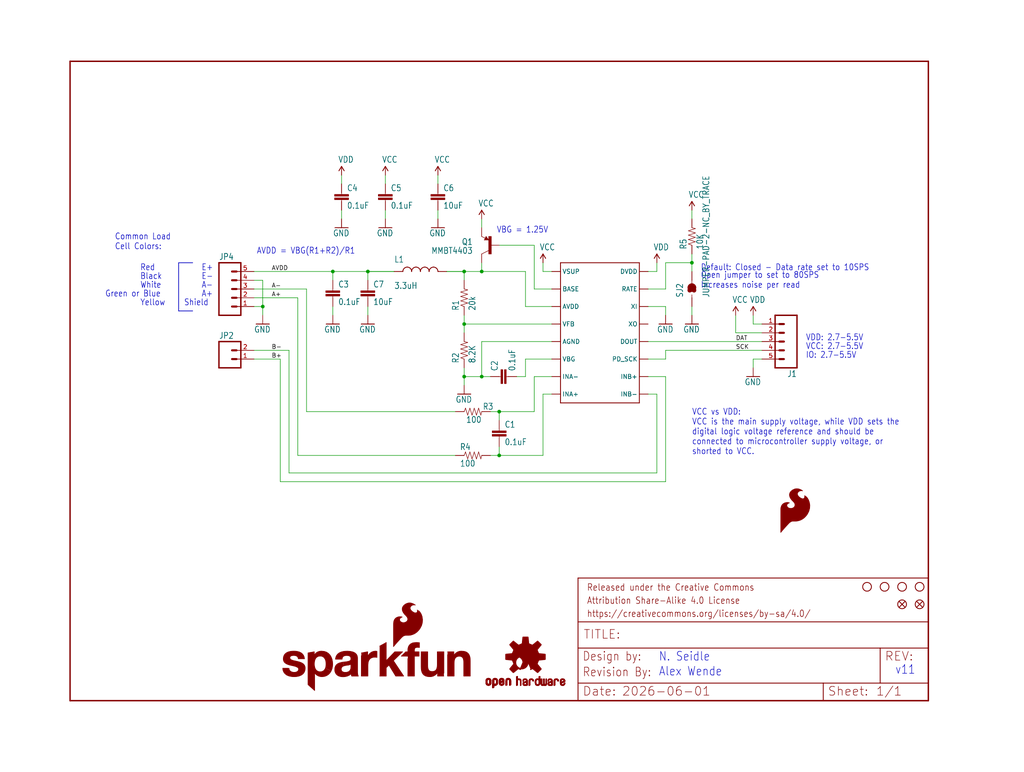
<source format=kicad_sch>
(kicad_sch (version 20230121) (generator eeschema)
  (paper "User" 297.002 223.926)
  (lib_symbols
    (symbol "SparkFun_HX711_Load_Cell-eagle-import:0.1UF-25V-5%(0603)"
      (property "Reference" "C" (at 1.524 2.921 0))
      (symbol "0.1UF-25V-5%(0603)_1_0"
        (pin passive line (at 0 5.08 270) (length 2.54) (name "1") (number "1"))
        (pin passive line (at 0 -2.54 90) (length 2.54) (name "2") (number "2"))
      )
    )
    (symbol "SparkFun_HX711_Load_Cell-eagle-import:100OHM-1/10W-1%(0603)"
      (property "Reference" "R" (at -3.81 1.4986 0))
      (symbol "100OHM-1/10W-1%(0603)_1_0"
        (pin passive line (at -5.08 0 0) (length 2.54) (name "1") (number "1"))
        (pin passive line (at 5.08 0 180) (length 2.54) (name "2") (number "2"))
      )
    )
    (symbol "SparkFun_HX711_Load_Cell-eagle-import:10KOHM-1/10W-1%(0603)0603"
      (property "Reference" "R" (at -3.81 1.4986 0))
      (symbol "10KOHM-1/10W-1%(0603)0603_1_0"
        (pin passive line (at -5.08 0 0) (length 2.54) (name "1") (number "1"))
        (pin passive line (at 5.08 0 180) (length 2.54) (name "2") (number "2"))
      )
    )
    (symbol "SparkFun_HX711_Load_Cell-eagle-import:10UF50V20%(1210)"
      (property "Reference" "C" (at 1.524 2.921 0))
      (symbol "10UF50V20%(1210)_1_0"
        (pin passive line (at 0 5.08 270) (length 2.54) (name "1") (number "1"))
        (pin passive line (at 0 -2.54 90) (length 2.54) (name "2") (number "2"))
      )
    )
    (symbol "SparkFun_HX711_Load_Cell-eagle-import:20KOHM1/10W1%(0603)"
      (property "Reference" "R" (at -3.81 1.4986 0))
      (symbol "20KOHM1/10W1%(0603)_1_0"
        (pin passive line (at -5.08 0 0) (length 2.54) (name "1") (number "1"))
        (pin passive line (at 5.08 0 180) (length 2.54) (name "2") (number "2"))
      )
    )
    (symbol "SparkFun_HX711_Load_Cell-eagle-import:8.2KOHM-1/10W-5%(0603)"
      (property "Reference" "R" (at -3.81 1.4986 0))
      (symbol "8.2KOHM-1/10W-5%(0603)_1_0"
        (pin passive line (at -5.08 0 0) (length 2.54) (name "1") (number "1"))
        (pin passive line (at 5.08 0 180) (length 2.54) (name "2") (number "2"))
      )
    )
    (symbol "SparkFun_HX711_Load_Cell-eagle-import:FIDUCIAL1X2")
    (symbol "SparkFun_HX711_Load_Cell-eagle-import:FRAME-LETTER"
      (symbol "FRAME-LETTER_2_0"
        (text "${#}/${##}" (at 86.36 1.27 0) (effects (font (size 2.54 2.54)) (justify left bottom)))
        (text "${CURRENT_DATE}" (at 12.7 1.27 0) (effects (font (size 2.54 2.54)) (justify left bottom)))
        (text "${PROJECTNAME}" (at 15.494 17.78 0) (effects (font (size 2.7432 2.7432)) (justify left bottom)))
        (text "Attribution Share-Alike 4.0 License" (at 2.54 27.94 0) (effects (font (size 1.9304 1.6408)) (justify left bottom)))
        (text "Date:" (at 1.27 1.27 0) (effects (font (size 2.54 2.54)) (justify left bottom)))
        (text "Design by:" (at 1.27 11.43 0) (effects (font (size 2.54 2.159)) (justify left bottom)))
        (text "https://creativecommons.org/licenses/by-sa/4.0/" (at 2.54 24.13 0) (effects (font (size 1.9304 1.6408)) (justify left bottom)))
        (text "Released under the Creative Commons" (at 2.54 31.75 0) (effects (font (size 1.9304 1.6408)) (justify left bottom)))
        (text "REV:" (at 88.9 11.43 0) (effects (font (size 2.54 2.54)) (justify left bottom)))
        (text "Sheet:" (at 72.39 1.27 0) (effects (font (size 2.54 2.54)) (justify left bottom)))
        (text "TITLE:" (at 1.524 17.78 0) (effects (font (size 2.54 2.54)) (justify left bottom)))
      )
    )
    (symbol "SparkFun_HX711_Load_Cell-eagle-import:GND" (power)
      (property "Value" "GND" (at -2.54 -2.54 0))
      (symbol "GND_1_0"
        (pin power_in line (at 0 2.54 270) (length 2.54) (name "GND") (number "1"))
      )
    )
    (symbol "SparkFun_HX711_Load_Cell-eagle-import:HX711HX711"
      (symbol "HX711HX711_1_0"
        (pin bidirectional line (at -15.24 17.78 0) (length 2.54) (name "VSUP") (number "1"))
        (pin bidirectional line (at 12.7 -12.7 180) (length 2.54) (name "INB+") (number "10"))
        (pin bidirectional line (at 12.7 -7.62 180) (length 2.54) (name "PD_SCK") (number "11"))
        (pin bidirectional line (at 12.7 -2.54 180) (length 2.54) (name "DOUT") (number "12"))
        (pin bidirectional line (at 12.7 2.54 180) (length 2.54) (name "XO") (number "13"))
        (pin bidirectional line (at 12.7 7.62 180) (length 2.54) (name "XI") (number "14"))
        (pin bidirectional line (at 12.7 12.7 180) (length 2.54) (name "RATE") (number "15"))
        (pin bidirectional line (at 12.7 17.78 180) (length 2.54) (name "DVDD") (number "16"))
        (pin bidirectional line (at -15.24 12.7 0) (length 2.54) (name "BASE") (number "2"))
        (pin bidirectional line (at -15.24 7.62 0) (length 2.54) (name "AVDD") (number "3"))
        (pin bidirectional line (at -15.24 2.54 0) (length 2.54) (name "VFB") (number "4"))
        (pin bidirectional line (at -15.24 -2.54 0) (length 2.54) (name "AGND") (number "5"))
        (pin bidirectional line (at -15.24 -7.62 0) (length 2.54) (name "VBG") (number "6"))
        (pin bidirectional line (at -15.24 -12.7 0) (length 2.54) (name "INA-") (number "7"))
        (pin bidirectional line (at -15.24 -17.78 0) (length 2.54) (name "INA+") (number "8"))
        (pin bidirectional line (at 12.7 -17.78 180) (length 2.54) (name "INB-") (number "9"))
      )
    )
    (symbol "SparkFun_HX711_Load_Cell-eagle-import:INDUCTOR0805-IND"
      (property "Reference" "L" (at 2.54 5.08 0))
      (symbol "INDUCTOR0805-IND_1_0"
        (pin passive line (at 0 7.62 270) (length 2.54) (name "1") (number "1"))
        (pin passive line (at 0 -7.62 90) (length 2.54) (name "2") (number "2"))
      )
    )
    (symbol "SparkFun_HX711_Load_Cell-eagle-import:JUMPER-PAD-2-NC_BY_TRACE"
      (property "Reference" "JP" (at -2.54 2.54 0))
      (symbol "JUMPER-PAD-2-NC_BY_TRACE_1_0"
        (pin passive line (at -5.08 0 0) (length 2.54) (name "1") (number "1"))
        (pin passive line (at 5.08 0 180) (length 2.54) (name "2") (number "2"))
      )
    )
    (symbol "SparkFun_HX711_Load_Cell-eagle-import:M02PTH"
      (property "Reference" "J" (at -2.54 5.842 0))
      (symbol "M02PTH_1_0"
        (pin passive line (at 7.62 0 180) (length 5.08) (name "1") (number "1"))
        (pin passive line (at 7.62 2.54 180) (length 5.08) (name "2") (number "2"))
      )
    )
    (symbol "SparkFun_HX711_Load_Cell-eagle-import:M05PTH"
      (property "Reference" "J" (at -2.54 8.382 0))
      (symbol "M05PTH_1_0"
        (pin passive line (at 7.62 -5.08 180) (length 5.08) (name "1") (number "1"))
        (pin passive line (at 7.62 -2.54 180) (length 5.08) (name "2") (number "2"))
        (pin passive line (at 7.62 0 180) (length 5.08) (name "3") (number "3"))
        (pin passive line (at 7.62 2.54 180) (length 5.08) (name "4") (number "4"))
        (pin passive line (at 7.62 5.08 180) (length 5.08) (name "5") (number "5"))
      )
    )
    (symbol "SparkFun_HX711_Load_Cell-eagle-import:OSHW-LOGOS")
    (symbol "SparkFun_HX711_Load_Cell-eagle-import:REVISION"
      (symbol "REVISION_1_0"
        (text "Revision By:" (at 0 0 0) (effects (font (size 2.54 2.159)) (justify left bottom)))
      )
    )
    (symbol "SparkFun_HX711_Load_Cell-eagle-import:SFE_LOGO_FLAME.1_INCH")
    (symbol "SparkFun_HX711_Load_Cell-eagle-import:SFE_LOGO_NAME_FLAME.1_INCH")
    (symbol "SparkFun_HX711_Load_Cell-eagle-import:STAND-OFF")
    (symbol "SparkFun_HX711_Load_Cell-eagle-import:TRANSISTOR_PNPMMBT4403"
      (property "Reference" "Q" (at 5.08 0 0))
      (symbol "TRANSISTOR_PNPMMBT4403_1_0"
        (pin passive line (at -2.54 0 0) (length 2.54) (name "B") (number "1"))
        (pin passive line (at 2.54 5.08 270) (length 2.54) (name "E") (number "2"))
        (pin passive line (at 2.54 -5.08 90) (length 2.54) (name "C") (number "3"))
      )
    )
    (symbol "SparkFun_HX711_Load_Cell-eagle-import:VCC" (power)
      (property "Value" "VCC" (at -1.016 3.556 0))
      (symbol "VCC_1_0"
        (pin power_in line (at 0 0 90) (length 2.54) (name "VCC") (number "1"))
      )
    )
    (symbol "SparkFun_HX711_Load_Cell-eagle-import:VDD" (power)
      (property "Value" "VDD" (at -1.016 3.556 0))
      (symbol "VDD_1_0"
        (pin power_in line (at 0 0 90) (length 2.54) (name "VDD") (number "1"))
      )
    )
  )
  (junction (at 106.68 78.74))
  (junction (at 134.62 78.74))
  (junction (at 200.66 76.2))
  (junction (at 134.62 93.98))
  (junction (at 96.52 78.74))
  (junction (at 139.7 78.74))
  (junction (at 76.2 88.9))
  (junction (at 144.78 119.38))
  (junction (at 134.62 109.22))
  (junction (at 139.7 109.22))
  (junction (at 144.78 132.08))
  (wire (pts (xy 160.02 99.06) (xy 139.7 99.06)) (stroke (width 0.1524)))
  (wire (pts (xy 139.7 76.2) (xy 139.7 78.74)) (stroke (width 0.1524)))
  (wire (pts (xy 73.66 88.9) (xy 76.2 88.9)) (stroke (width 0.1524)))
  (wire (pts (xy 106.68 78.74) (xy 114.3 78.74)) (stroke (width 0.2032)))
  (wire (pts (xy 111.76 50.8) (xy 111.76 53.34)) (stroke (width 0.1524)))
  (wire (pts (xy 152.4 78.74) (xy 139.7 78.74)) (stroke (width 0.1524)))
  (wire (pts (xy 127 53.34) (xy 127 50.8)) (stroke (width 0.1524)))
  (wire (pts (xy 187.96 88.9) (xy 193.04 88.9)) (stroke (width 0.1524)))
  (wire (pts (xy 193.04 76.2) (xy 193.04 83.82)) (stroke (width 0.1524)))
  (wire (pts (xy 160.02 88.9) (xy 152.4 88.9)) (stroke (width 0.1524)))
  (wire (pts (xy 106.68 91.44) (xy 106.68 88.9)) (stroke (width 0.1524)))
  (wire (pts (xy 83.82 137.16) (xy 83.82 101.6)) (stroke (width 0.1524)))
  (wire (pts (xy 200.66 63.5) (xy 200.66 60.96)) (stroke (width 0.1524)))
  (wire (pts (xy 200.66 76.2) (xy 193.04 76.2)) (stroke (width 0.1524)))
  (wire (pts (xy 157.48 132.08) (xy 144.78 132.08)) (stroke (width 0.1524)))
  (wire (pts (xy 154.94 71.12) (xy 154.94 83.82)) (stroke (width 0.1524)))
  (wire (pts (xy 187.96 99.06) (xy 220.98 99.06)) (stroke (width 0.1524)))
  (wire (pts (xy 187.96 114.3) (xy 190.5 114.3)) (stroke (width 0.1524)))
  (wire (pts (xy 187.96 83.82) (xy 193.04 83.82)) (stroke (width 0.1524)))
  (wire (pts (xy 220.98 104.14) (xy 218.44 104.14)) (stroke (width 0.1524)))
  (polyline (pts (xy 51.816 90.17) (xy 55.88 90.17)) (stroke (width 0.2032) (type solid)))
  (wire (pts (xy 139.7 78.74) (xy 134.62 78.74)) (stroke (width 0.1524)))
  (wire (pts (xy 96.52 88.9) (xy 96.52 91.44)) (stroke (width 0.1524)))
  (wire (pts (xy 139.7 109.22) (xy 134.62 109.22)) (stroke (width 0.1524)))
  (wire (pts (xy 193.04 88.9) (xy 193.04 91.44)) (stroke (width 0.1524)))
  (wire (pts (xy 160.02 114.3) (xy 157.48 114.3)) (stroke (width 0.1524)))
  (wire (pts (xy 193.04 101.6) (xy 220.98 101.6)) (stroke (width 0.1524)))
  (wire (pts (xy 160.02 93.98) (xy 134.62 93.98)) (stroke (width 0.1524)))
  (wire (pts (xy 96.52 78.74) (xy 73.66 78.74)) (stroke (width 0.1524)))
  (wire (pts (xy 134.62 106.68) (xy 134.62 109.22)) (stroke (width 0.1524)))
  (wire (pts (xy 218.44 104.14) (xy 218.44 106.68)) (stroke (width 0.1524)))
  (wire (pts (xy 132.08 119.38) (xy 88.9 119.38)) (stroke (width 0.1524)))
  (wire (pts (xy 144.78 71.12) (xy 154.94 71.12)) (stroke (width 0.1524)))
  (wire (pts (xy 187.96 109.22) (xy 193.04 109.22)) (stroke (width 0.1524)))
  (wire (pts (xy 157.48 114.3) (xy 157.48 132.08)) (stroke (width 0.1524)))
  (wire (pts (xy 88.9 83.82) (xy 73.66 83.82)) (stroke (width 0.1524)))
  (wire (pts (xy 106.68 78.74) (xy 106.68 81.28)) (stroke (width 0.1524)))
  (wire (pts (xy 99.06 63.5) (xy 99.06 60.96)) (stroke (width 0.1524)))
  (wire (pts (xy 76.2 81.28) (xy 76.2 88.9)) (stroke (width 0.1524)))
  (wire (pts (xy 81.28 139.7) (xy 81.28 104.14)) (stroke (width 0.1524)))
  (wire (pts (xy 106.68 78.74) (xy 96.52 78.74)) (stroke (width 0.1524)))
  (wire (pts (xy 83.82 101.6) (xy 73.66 101.6)) (stroke (width 0.1524)))
  (wire (pts (xy 127 60.96) (xy 127 63.5)) (stroke (width 0.1524)))
  (wire (pts (xy 220.98 96.52) (xy 213.36 96.52)) (stroke (width 0.1524)))
  (wire (pts (xy 160.02 83.82) (xy 154.94 83.82)) (stroke (width 0.1524)))
  (wire (pts (xy 144.78 121.92) (xy 144.78 119.38)) (stroke (width 0.1524)))
  (wire (pts (xy 134.62 96.52) (xy 134.62 93.98)) (stroke (width 0.1524)))
  (wire (pts (xy 190.5 137.16) (xy 83.82 137.16)) (stroke (width 0.1524)))
  (wire (pts (xy 134.62 93.98) (xy 134.62 91.44)) (stroke (width 0.1524)))
  (wire (pts (xy 187.96 78.74) (xy 190.5 78.74)) (stroke (width 0.1524)))
  (wire (pts (xy 81.28 104.14) (xy 73.66 104.14)) (stroke (width 0.1524)))
  (wire (pts (xy 193.04 139.7) (xy 81.28 139.7)) (stroke (width 0.1524)))
  (wire (pts (xy 218.44 93.98) (xy 220.98 93.98)) (stroke (width 0.1524)))
  (wire (pts (xy 160.02 109.22) (xy 154.94 109.22)) (stroke (width 0.1524)))
  (wire (pts (xy 190.5 78.74) (xy 190.5 76.2)) (stroke (width 0.1524)))
  (wire (pts (xy 200.66 76.2) (xy 200.66 78.74)) (stroke (width 0.1524)))
  (wire (pts (xy 193.04 109.22) (xy 193.04 139.7)) (stroke (width 0.1524)))
  (wire (pts (xy 157.48 78.74) (xy 160.02 78.74)) (stroke (width 0.1524)))
  (polyline (pts (xy 51.816 76.2) (xy 55.88 76.2)) (stroke (width 0.2032) (type solid)))
  (wire (pts (xy 200.66 73.66) (xy 200.66 76.2)) (stroke (width 0.1524)))
  (wire (pts (xy 187.96 104.14) (xy 193.04 104.14)) (stroke (width 0.1524)))
  (wire (pts (xy 152.4 104.14) (xy 152.4 109.22)) (stroke (width 0.1524)))
  (wire (pts (xy 76.2 88.9) (xy 76.2 91.44)) (stroke (width 0.1524)))
  (wire (pts (xy 88.9 119.38) (xy 88.9 83.82)) (stroke (width 0.1524)))
  (wire (pts (xy 190.5 114.3) (xy 190.5 137.16)) (stroke (width 0.1524)))
  (wire (pts (xy 200.66 88.9) (xy 200.66 91.44)) (stroke (width 0.1524)))
  (wire (pts (xy 132.08 132.08) (xy 86.36 132.08)) (stroke (width 0.1524)))
  (wire (pts (xy 139.7 99.06) (xy 139.7 109.22)) (stroke (width 0.1524)))
  (wire (pts (xy 139.7 63.5) (xy 139.7 66.04)) (stroke (width 0.1524)))
  (wire (pts (xy 142.24 109.22) (xy 139.7 109.22)) (stroke (width 0.1524)))
  (wire (pts (xy 99.06 50.8) (xy 99.06 53.34)) (stroke (width 0.1524)))
  (wire (pts (xy 134.62 81.28) (xy 134.62 78.74)) (stroke (width 0.1524)))
  (wire (pts (xy 144.78 129.54) (xy 144.78 132.08)) (stroke (width 0.1524)))
  (wire (pts (xy 144.78 132.08) (xy 142.24 132.08)) (stroke (width 0.1524)))
  (wire (pts (xy 144.78 119.38) (xy 142.24 119.38)) (stroke (width 0.1524)))
  (wire (pts (xy 218.44 91.44) (xy 218.44 93.98)) (stroke (width 0.1524)))
  (wire (pts (xy 154.94 109.22) (xy 154.94 119.38)) (stroke (width 0.1524)))
  (wire (pts (xy 154.94 119.38) (xy 144.78 119.38)) (stroke (width 0.1524)))
  (polyline (pts (xy 51.816 76.2) (xy 51.816 90.17)) (stroke (width 0.2032) (type solid)))
  (wire (pts (xy 129.54 78.74) (xy 134.62 78.74)) (stroke (width 0.2032)))
  (wire (pts (xy 111.76 63.5) (xy 111.76 60.96)) (stroke (width 0.1524)))
  (wire (pts (xy 193.04 104.14) (xy 193.04 101.6)) (stroke (width 0.1524)))
  (wire (pts (xy 152.4 88.9) (xy 152.4 78.74)) (stroke (width 0.1524)))
  (wire (pts (xy 152.4 109.22) (xy 149.86 109.22)) (stroke (width 0.1524)))
  (wire (pts (xy 96.52 81.28) (xy 96.52 78.74)) (stroke (width 0.1524)))
  (wire (pts (xy 134.62 111.76) (xy 134.62 109.22)) (stroke (width 0.1524)))
  (wire (pts (xy 157.48 76.2) (xy 157.48 78.74)) (stroke (width 0.1524)))
  (wire (pts (xy 86.36 86.36) (xy 73.66 86.36)) (stroke (width 0.1524)))
  (wire (pts (xy 86.36 132.08) (xy 86.36 86.36)) (stroke (width 0.1524)))
  (wire (pts (xy 160.02 104.14) (xy 152.4 104.14)) (stroke (width 0.1524)))
  (wire (pts (xy 73.66 81.28) (xy 76.2 81.28)) (stroke (width 0.1524)))
  (wire (pts (xy 213.36 96.52) (xy 213.36 91.44)) (stroke (width 0.1524)))
  (text "Shield" (at 53.34 88.9 0) (effects (font (size 1.778 1.5113)) (justify left bottom)))
  (text "Alex Wende" (at 191.008 196.342 0) (effects (font (size 2.54 2.159)) (justify left bottom)))
  (text "Common Load\nCell Colors:" (at 33.274 72.644 0) (effects (font (size 1.778 1.5113)) (justify left bottom)))
  (text "v11" (at 259.588 195.834 0) (effects (font (size 2.54 2.159)) (justify left bottom)))
  (text "E-" (at 58.42 81.28 0) (effects (font (size 1.778 1.5113)) (justify left bottom)))
  (text "A-" (at 58.42 83.82 0) (effects (font (size 1.778 1.5113)) (justify left bottom)))
  (text "A+" (at 58.42 86.36 0) (effects (font (size 1.778 1.5113)) (justify left bottom)))
  (text "Default: Closed - Data rate set to 10SPS" (at 203.2 78.74 0) (effects (font (size 1.778 1.5113)) (justify left bottom)))
  (text "Green or Blue" (at 30.48 86.36 0) (effects (font (size 1.778 1.5113)) (justify left bottom)))
  (text "White" (at 40.64 83.82 0) (effects (font (size 1.778 1.5113)) (justify left bottom)))
  (text "Red" (at 40.64 78.74 0) (effects (font (size 1.778 1.5113)) (justify left bottom)))
  (text "Yellow" (at 40.64 88.9 0) (effects (font (size 1.778 1.5113)) (justify left bottom)))
  (text "Black" (at 40.64 81.28 0) (effects (font (size 1.778 1.5113)) (justify left bottom)))
  (text "VBG = 1.25V" (at 144.018 67.818 0) (effects (font (size 1.778 1.5113)) (justify left bottom)))
  (text "Open jumper to set to 80SPS\nIncreases noise per read" (at 203.2 83.82 0) (effects (font (size 1.778 1.5113)) (justify left bottom)))
  (text "VDD: 2.7-5.5V" (at 233.68 99.06 0) (effects (font (size 1.778 1.5113)) (justify left bottom)))
  (text "N. Seidle" (at 191.008 192.024 0) (effects (font (size 2.54 2.159)) (justify left bottom)))
  (text "E+" (at 58.42 78.74 0) (effects (font (size 1.778 1.5113)) (justify left bottom)))
  (text "AVDD = VBG(R1+R2)/R1" (at 74.422 73.914 0) (effects (font (size 1.778 1.5113)) (justify left bottom)))
  (text "VCC vs VDD:\nVCC is the main supply voltage, while VDD sets the\ndigital logic voltage reference and should be\nconnected to microcontroller supply voltage, or\nshorted to VCC." (at 200.66 132.08 0) (effects (font (size 1.778 1.5113)) (justify left bottom)))
  (text "IO: 2.7-5.5V" (at 233.68 104.14 0) (effects (font (size 1.778 1.5113)) (justify left bottom)))
  (text "VCC: 2.7-5.5V" (at 233.68 101.6 0) (effects (font (size 1.778 1.5113)) (justify left bottom)))
  (label "DAT" (at 213.36 99.06 0) (effects (font (size 1.2446 1.2446))))
  (label "A+" (at 78.74 86.36 0) (effects (font (size 1.2446 1.2446))))
  (label "SCK" (at 213.36 101.6 0) (effects (font (size 1.2446 1.2446))))
  (label "B-" (at 78.74 101.6 0) (effects (font (size 1.2446 1.2446))))
  (label "B+" (at 78.74 104.14 0) (effects (font (size 1.2446 1.2446))))
  (label "AVDD" (at 78.74 78.74 0) (effects (font (size 1.2446 1.2446))))
  (label "A-" (at 78.74 83.82 0) (effects (font (size 1.2446 1.2446))))
  (symbol (lib_id "SparkFun_HX711_Load_Cell-eagle-import:GND") (at 218.44 109.22 0) (unit 1)
    (property "Reference" "#GND1" (effects hide))
    (property "Value" "GND" (at 215.9 111.76 0) (effects (font (size 1.778 1.5113)) (justify left bottom)))
  )
  (symbol (lib_id "SparkFun_HX711_Load_Cell-eagle-import:VCC") (at 111.76 50.8 0) (unit 1)
    (property "Reference" "#SUPPLY7" (effects hide))
    (property "Value" "VCC" (at 110.744 47.244 0) (effects (font (size 1.778 1.5113)) (justify left bottom)))
  )
  (symbol (lib_id "SparkFun_HX711_Load_Cell-eagle-import:FIDUCIAL1X2") (at 266.7 175.26 0) (unit 1)
    (property "Reference" "FID1" (effects hide))
    (property "Value" "FIDUCIAL1X2" (effects hide))
    (property "Footprint" "SparkFun_HX711_Load_Cell:FIDUCIAL-1X2" (effects hide))
  )
  (symbol (lib_id "SparkFun_HX711_Load_Cell-eagle-import:GND") (at 99.06 66.04 0) (unit 1)
    (property "Reference" "#GND10" (effects hide))
    (property "Value" "GND" (at 96.52 68.58 0) (effects (font (size 1.778 1.5113)) (justify left bottom)))
  )
  (symbol (lib_id "SparkFun_HX711_Load_Cell-eagle-import:GND") (at 96.52 93.98 0) (unit 1)
    (property "Reference" "#GND6" (effects hide))
    (property "Value" "GND" (at 93.98 96.52 0) (effects (font (size 1.778 1.5113)) (justify left bottom)))
  )
  (symbol (lib_id "SparkFun_HX711_Load_Cell-eagle-import:SFE_LOGO_NAME_FLAME.1_INCH") (at 81.28 200.66 0) (unit 1)
    (property "Reference" "LOGO1" (effects hide))
    (property "Value" "SFE_LOGO_NAME_FLAME.1_INCH" (effects hide))
    (property "Footprint" "SparkFun_HX711_Load_Cell:SFE_LOGO_NAME_FLAME_.1" (effects hide))
  )
  (symbol (lib_id "SparkFun_HX711_Load_Cell-eagle-import:M02PTH") (at 66.04 104.14 0) (unit 1)
    (property "Reference" "JP2" (at 63.5 98.298 0) (effects (font (size 1.778 1.5113)) (justify left bottom)))
    (property "Value" "M02PTH" (effects hide))
    (property "Footprint" "SparkFun_HX711_Load_Cell:1X02" (effects hide))
  )
  (symbol (lib_id "SparkFun_HX711_Load_Cell-eagle-import:VDD") (at 99.06 50.8 0) (unit 1)
    (property "Reference" "#SUPPLY9" (effects hide))
    (property "Value" "VDD" (at 98.044 47.244 0) (effects (font (size 1.778 1.5113)) (justify left bottom)))
  )
  (symbol (lib_id "SparkFun_HX711_Load_Cell-eagle-import:100OHM-1/10W-1%(0603)") (at 137.16 132.08 0) (unit 1)
    (property "Reference" "R4" (at 133.35 130.5814 0) (effects (font (size 1.778 1.5113)) (justify left bottom)))
    (property "Value" "100" (at 133.35 135.382 0) (effects (font (size 1.778 1.5113)) (justify left bottom)))
    (property "Footprint" "SparkFun_HX711_Load_Cell:0603-RES" (effects hide))
  )
  (symbol (lib_id "SparkFun_HX711_Load_Cell-eagle-import:TRANSISTOR_PNPMMBT4403") (at 142.24 71.12 0) (mirror y) (unit 1)
    (property "Reference" "Q1" (at 137.16 71.12 0) (effects (font (size 1.778 1.5113)) (justify left bottom)))
    (property "Value" "MMBT4403" (at 137.16 73.66 0) (effects (font (size 1.778 1.5113)) (justify left bottom)))
    (property "Footprint" "SparkFun_HX711_Load_Cell:SOT23-3" (effects hide))
  )
  (symbol (lib_id "SparkFun_HX711_Load_Cell-eagle-import:0.1UF-25V-5%(0603)") (at 96.52 86.36 0) (unit 1)
    (property "Reference" "C3" (at 98.044 83.439 0) (effects (font (size 1.778 1.5113)) (justify left bottom)))
    (property "Value" "0.1uF" (at 98.044 88.519 0) (effects (font (size 1.778 1.5113)) (justify left bottom)))
    (property "Footprint" "SparkFun_HX711_Load_Cell:0603-CAP" (effects hide))
  )
  (symbol (lib_id "SparkFun_HX711_Load_Cell-eagle-import:M05PTH") (at 66.04 83.82 0) (unit 1)
    (property "Reference" "JP4" (at 63.5 75.438 0) (effects (font (size 1.778 1.5113)) (justify left bottom)))
    (property "Value" "M05PTH" (effects hide))
    (property "Footprint" "SparkFun_HX711_Load_Cell:1X05" (effects hide))
  )
  (symbol (lib_id "SparkFun_HX711_Load_Cell-eagle-import:GND") (at 111.76 66.04 0) (unit 1)
    (property "Reference" "#GND8" (effects hide))
    (property "Value" "GND" (at 109.22 68.58 0) (effects (font (size 1.778 1.5113)) (justify left bottom)))
  )
  (symbol (lib_id "SparkFun_HX711_Load_Cell-eagle-import:GND") (at 106.68 93.98 0) (unit 1)
    (property "Reference" "#GND5" (effects hide))
    (property "Value" "GND" (at 104.14 96.52 0) (effects (font (size 1.778 1.5113)) (justify left bottom)))
  )
  (symbol (lib_id "SparkFun_HX711_Load_Cell-eagle-import:HX711HX711") (at 175.26 96.52 0) (unit 1)
    (property "Reference" "U1" (effects hide))
    (property "Value" "HX711HX711" (effects hide))
    (property "Footprint" "SparkFun_HX711_Load_Cell:SO16" (effects hide))
  )
  (symbol (lib_id "SparkFun_HX711_Load_Cell-eagle-import:VCC") (at 139.7 63.5 0) (unit 1)
    (property "Reference" "#SUPPLY1" (effects hide))
    (property "Value" "VCC" (at 138.684 59.944 0) (effects (font (size 1.778 1.5113)) (justify left bottom)))
  )
  (symbol (lib_id "SparkFun_HX711_Load_Cell-eagle-import:VCC") (at 213.36 91.44 0) (unit 1)
    (property "Reference" "#SUPPLY5" (effects hide))
    (property "Value" "VCC" (at 212.344 87.884 0) (effects (font (size 1.778 1.5113)) (justify left bottom)))
  )
  (symbol (lib_id "SparkFun_HX711_Load_Cell-eagle-import:10KOHM-1/10W-1%(0603)0603") (at 200.66 68.58 90) (unit 1)
    (property "Reference" "R5" (at 199.1614 72.39 0) (effects (font (size 1.778 1.5113)) (justify left bottom)))
    (property "Value" "10K" (at 203.962 72.39 0) (effects (font (size 1.778 1.5113)) (justify left bottom)))
    (property "Footprint" "SparkFun_HX711_Load_Cell:0603-RES" (effects hide))
  )
  (symbol (lib_id "SparkFun_HX711_Load_Cell-eagle-import:100OHM-1/10W-1%(0603)") (at 137.16 119.38 0) (unit 1)
    (property "Reference" "R3" (at 139.954 118.872 0) (effects (font (size 1.778 1.5113)) (justify left bottom)))
    (property "Value" "100" (at 135.128 122.682 0) (effects (font (size 1.778 1.5113)) (justify left bottom)))
    (property "Footprint" "SparkFun_HX711_Load_Cell:0603-RES" (effects hide))
  )
  (symbol (lib_id "SparkFun_HX711_Load_Cell-eagle-import:FIDUCIAL1X2") (at 261.62 175.26 0) (unit 1)
    (property "Reference" "FID2" (effects hide))
    (property "Value" "FIDUCIAL1X2" (effects hide))
    (property "Footprint" "SparkFun_HX711_Load_Cell:FIDUCIAL-1X2" (effects hide))
  )
  (symbol (lib_id "SparkFun_HX711_Load_Cell-eagle-import:0.1UF-25V-5%(0603)") (at 111.76 58.42 0) (unit 1)
    (property "Reference" "C5" (at 113.284 55.499 0) (effects (font (size 1.778 1.5113)) (justify left bottom)))
    (property "Value" "0.1uF" (at 113.284 60.579 0) (effects (font (size 1.778 1.5113)) (justify left bottom)))
    (property "Footprint" "SparkFun_HX711_Load_Cell:0603-CAP" (effects hide))
  )
  (symbol (lib_id "SparkFun_HX711_Load_Cell-eagle-import:0.1UF-25V-5%(0603)") (at 144.78 127 0) (unit 1)
    (property "Reference" "C1" (at 146.304 124.079 0) (effects (font (size 1.778 1.5113)) (justify left bottom)))
    (property "Value" "0.1uF" (at 146.304 129.159 0) (effects (font (size 1.778 1.5113)) (justify left bottom)))
    (property "Footprint" "SparkFun_HX711_Load_Cell:0603-CAP" (effects hide))
  )
  (symbol (lib_id "SparkFun_HX711_Load_Cell-eagle-import:FRAME-LETTER") (at 167.64 203.2 0) (unit 2)
    (property "Reference" "FRAME1" (effects hide))
    (property "Value" "FRAME-LETTER" (effects hide))
    (property "Footprint" "SparkFun_HX711_Load_Cell:CREATIVE_COMMONS" (effects hide))
  )
  (symbol (lib_id "SparkFun_HX711_Load_Cell-eagle-import:10UF50V20%(1210)") (at 127 58.42 0) (unit 1)
    (property "Reference" "C6" (at 128.524 55.499 0) (effects (font (size 1.778 1.5113)) (justify left bottom)))
    (property "Value" "10uF" (at 128.524 60.579 0) (effects (font (size 1.778 1.5113)) (justify left bottom)))
    (property "Footprint" "SparkFun_HX711_Load_Cell:1210" (effects hide))
  )
  (symbol (lib_id "SparkFun_HX711_Load_Cell-eagle-import:FRAME-LETTER") (at 20.32 203.2 0) (unit 1)
    (property "Reference" "FRAME1" (effects hide))
    (property "Value" "FRAME-LETTER" (effects hide))
    (property "Footprint" "SparkFun_HX711_Load_Cell:CREATIVE_COMMONS" (effects hide))
  )
  (symbol (lib_id "SparkFun_HX711_Load_Cell-eagle-import:INDUCTOR0805-IND") (at 121.92 78.74 90) (unit 1)
    (property "Reference" "L1" (at 114.3 76.2 90) (effects (font (size 1.778 1.5113)) (justify right top)))
    (property "Value" "3.3uH" (at 114.3 83.82 90) (effects (font (size 1.778 1.5113)) (justify right top)))
    (property "Footprint" "SparkFun_HX711_Load_Cell:0805" (effects hide))
  )
  (symbol (lib_id "SparkFun_HX711_Load_Cell-eagle-import:10UF50V20%(1210)") (at 106.68 86.36 0) (unit 1)
    (property "Reference" "C7" (at 108.204 83.439 0) (effects (font (size 1.778 1.5113)) (justify left bottom)))
    (property "Value" "10uF" (at 108.204 88.519 0) (effects (font (size 1.778 1.5113)) (justify left bottom)))
    (property "Footprint" "SparkFun_HX711_Load_Cell:1210" (effects hide))
  )
  (symbol (lib_id "SparkFun_HX711_Load_Cell-eagle-import:STAND-OFF") (at 266.7 170.18 0) (unit 1)
    (property "Reference" "STANDOFF1" (effects hide))
    (property "Value" "STAND-OFF" (effects hide))
    (property "Footprint" "SparkFun_HX711_Load_Cell:STAND-OFF" (effects hide))
  )
  (symbol (lib_id "SparkFun_HX711_Load_Cell-eagle-import:REVISION") (at 168.91 196.342 0) (unit 1)
    (property "Reference" "U$1" (effects hide))
    (property "Value" "REVISION" (effects hide))
    (property "Footprint" "SparkFun_HX711_Load_Cell:REVISION" (effects hide))
  )
  (symbol (lib_id "SparkFun_HX711_Load_Cell-eagle-import:GND") (at 127 66.04 0) (unit 1)
    (property "Reference" "#GND3" (effects hide))
    (property "Value" "GND" (at 124.46 68.58 0) (effects (font (size 1.778 1.5113)) (justify left bottom)))
  )
  (symbol (lib_id "SparkFun_HX711_Load_Cell-eagle-import:0.1UF-25V-5%(0603)") (at 99.06 58.42 0) (unit 1)
    (property "Reference" "C4" (at 100.584 55.499 0) (effects (font (size 1.778 1.5113)) (justify left bottom)))
    (property "Value" "0.1uF" (at 100.584 60.579 0) (effects (font (size 1.778 1.5113)) (justify left bottom)))
    (property "Footprint" "SparkFun_HX711_Load_Cell:0603-CAP" (effects hide))
  )
  (symbol (lib_id "SparkFun_HX711_Load_Cell-eagle-import:20KOHM1/10W1%(0603)") (at 134.62 86.36 90) (unit 1)
    (property "Reference" "R1" (at 133.1214 90.17 0) (effects (font (size 1.778 1.5113)) (justify left bottom)))
    (property "Value" "20k" (at 137.922 90.17 0) (effects (font (size 1.778 1.5113)) (justify left bottom)))
    (property "Footprint" "SparkFun_HX711_Load_Cell:0603-RES" (effects hide))
  )
  (symbol (lib_id "SparkFun_HX711_Load_Cell-eagle-import:JUMPER-PAD-2-NC_BY_TRACE") (at 200.66 83.82 90) (unit 1)
    (property "Reference" "SJ2" (at 198.12 86.36 0) (effects (font (size 1.778 1.5113)) (justify left bottom)))
    (property "Value" "JUMPER-PAD-2-NC_BY_TRACE" (at 205.74 86.36 0) (effects (font (size 1.778 1.5113)) (justify left bottom)))
    (property "Footprint" "SparkFun_HX711_Load_Cell:PAD-JUMPER-2-NC_BY_TRACE_YES_SILK" (effects hide))
  )
  (symbol (lib_id "SparkFun_HX711_Load_Cell-eagle-import:VCC") (at 200.66 60.96 0) (unit 1)
    (property "Reference" "#SUPPLY6" (effects hide))
    (property "Value" "VCC" (at 199.644 57.404 0) (effects (font (size 1.778 1.5113)) (justify left bottom)))
  )
  (symbol (lib_id "SparkFun_HX711_Load_Cell-eagle-import:0.1UF-25V-5%(0603)") (at 147.32 109.22 90) (unit 1)
    (property "Reference" "C2" (at 144.399 107.696 0) (effects (font (size 1.778 1.5113)) (justify left bottom)))
    (property "Value" "0.1uF" (at 149.479 107.696 0) (effects (font (size 1.778 1.5113)) (justify left bottom)))
    (property "Footprint" "SparkFun_HX711_Load_Cell:0603-CAP" (effects hide))
  )
  (symbol (lib_id "SparkFun_HX711_Load_Cell-eagle-import:STAND-OFF") (at 256.54 170.18 0) (unit 1)
    (property "Reference" "STANDOFF3" (effects hide))
    (property "Value" "STAND-OFF" (effects hide))
    (property "Footprint" "SparkFun_HX711_Load_Cell:STAND-OFF" (effects hide))
  )
  (symbol (lib_id "SparkFun_HX711_Load_Cell-eagle-import:VDD") (at 190.5 76.2 0) (unit 1)
    (property "Reference" "#SUPPLY4" (effects hide))
    (property "Value" "VDD" (at 189.484 72.644 0) (effects (font (size 1.778 1.5113)) (justify left bottom)))
  )
  (symbol (lib_id "SparkFun_HX711_Load_Cell-eagle-import:GND") (at 193.04 93.98 0) (unit 1)
    (property "Reference" "#GND2" (effects hide))
    (property "Value" "GND" (at 190.5 96.52 0) (effects (font (size 1.778 1.5113)) (justify left bottom)))
  )
  (symbol (lib_id "SparkFun_HX711_Load_Cell-eagle-import:GND") (at 200.66 93.98 0) (unit 1)
    (property "Reference" "#GND7" (effects hide))
    (property "Value" "GND" (at 198.12 96.52 0) (effects (font (size 1.778 1.5113)) (justify left bottom)))
  )
  (symbol (lib_id "SparkFun_HX711_Load_Cell-eagle-import:STAND-OFF") (at 261.62 170.18 0) (unit 1)
    (property "Reference" "STANDOFF2" (effects hide))
    (property "Value" "STAND-OFF" (effects hide))
    (property "Footprint" "SparkFun_HX711_Load_Cell:STAND-OFF" (effects hide))
  )
  (symbol (lib_id "SparkFun_HX711_Load_Cell-eagle-import:8.2KOHM-1/10W-5%(0603)") (at 134.62 101.6 90) (unit 1)
    (property "Reference" "R2" (at 133.1214 105.41 0) (effects (font (size 1.778 1.5113)) (justify left bottom)))
    (property "Value" "8.2K" (at 137.922 105.41 0) (effects (font (size 1.778 1.5113)) (justify left bottom)))
    (property "Footprint" "SparkFun_HX711_Load_Cell:0603-RES" (effects hide))
  )
  (symbol (lib_id "SparkFun_HX711_Load_Cell-eagle-import:VCC") (at 157.48 76.2 0) (unit 1)
    (property "Reference" "#SUPPLY3" (effects hide))
    (property "Value" "VCC" (at 156.464 72.644 0) (effects (font (size 1.778 1.5113)) (justify left bottom)))
  )
  (symbol (lib_id "SparkFun_HX711_Load_Cell-eagle-import:M05PTH") (at 228.6 99.06 180) (unit 1)
    (property "Reference" "J1" (at 231.14 107.442 0) (effects (font (size 1.778 1.5113)) (justify left bottom)))
    (property "Value" "M05PTH" (effects hide))
    (property "Footprint" "SparkFun_HX711_Load_Cell:1X05" (effects hide))
  )
  (symbol (lib_id "SparkFun_HX711_Load_Cell-eagle-import:GND") (at 134.62 114.3 0) (unit 1)
    (property "Reference" "#GND9" (effects hide))
    (property "Value" "GND" (at 132.08 116.84 0) (effects (font (size 1.778 1.5113)) (justify left bottom)))
  )
  (symbol (lib_id "SparkFun_HX711_Load_Cell-eagle-import:VCC") (at 127 50.8 0) (unit 1)
    (property "Reference" "#SUPPLY2" (effects hide))
    (property "Value" "VCC" (at 125.984 47.244 0) (effects (font (size 1.778 1.5113)) (justify left bottom)))
  )
  (symbol (lib_id "SparkFun_HX711_Load_Cell-eagle-import:VDD") (at 218.44 91.44 0) (unit 1)
    (property "Reference" "#SUPPLY8" (effects hide))
    (property "Value" "VDD" (at 217.424 87.884 0) (effects (font (size 1.778 1.5113)) (justify left bottom)))
  )
  (symbol (lib_id "SparkFun_HX711_Load_Cell-eagle-import:SFE_LOGO_FLAME.1_INCH") (at 226.06 154.94 0) (unit 1)
    (property "Reference" "LOGO3" (effects hide))
    (property "Value" "SFE_LOGO_FLAME.1_INCH" (effects hide))
    (property "Footprint" "SparkFun_HX711_Load_Cell:SFE_LOGO_FLAME_.1" (effects hide))
  )
  (symbol (lib_id "SparkFun_HX711_Load_Cell-eagle-import:OSHW-LOGOS") (at 152.4 190.5 0) (unit 1)
    (property "Reference" "U7" (effects hide))
    (property "Value" "OSHW-LOGOS" (effects hide))
    (property "Footprint" "SparkFun_HX711_Load_Cell:OSHW-LOGO-S" (effects hide))
  )
  (symbol (lib_id "SparkFun_HX711_Load_Cell-eagle-import:GND") (at 76.2 93.98 0) (unit 1)
    (property "Reference" "#GND4" (effects hide))
    (property "Value" "GND" (at 73.66 96.52 0) (effects (font (size 1.778 1.5113)) (justify left bottom)))
  )
  (symbol (lib_id "SparkFun_HX711_Load_Cell-eagle-import:STAND-OFF") (at 251.46 170.18 0) (unit 1)
    (property "Reference" "STANDOFF4" (effects hide))
    (property "Value" "STAND-OFF" (effects hide))
    (property "Footprint" "SparkFun_HX711_Load_Cell:STAND-OFF" (effects hide))
  )
)
</source>
